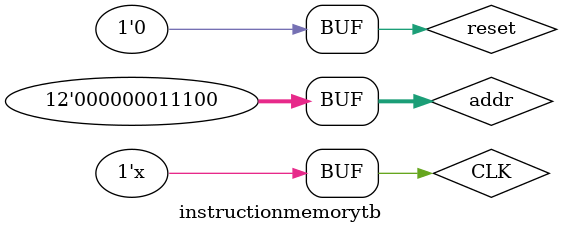
<source format=v>
`timescale 1ns / 1ps


module instructionmemorytb;

	// Inputs
	reg CLK;
	reg [11:0] addr;
	reg reset;
	// Outputs
	wire [31:0] instr;

	// Instantiate the Unit Under Test (UUT)
	instructionmemory yala(
		.CLK(CLK), 
		.instruction(instr), 
		.instructionAddress(addr[11:2]),
		.reset(reset)
	);
	always
	begin
	#5 CLK=~CLK;
	end
	initial begin
		// Initialize Inputs
		$monitor("Mem Address=%h instruction=%b",addr,instr);
		reset=1;
		CLK=0;
		#100
		reset=0;
addr=32'd0;
#5 addr=32'd4;
#5 addr=32'd8;
#5 addr=32'd12;
#5 addr=32'd16;
#5 addr=32'd20;
#5 addr=32'd20;
#5 addr=32'd24;
#5 addr=32'd28;
	end
      
endmodule


</source>
